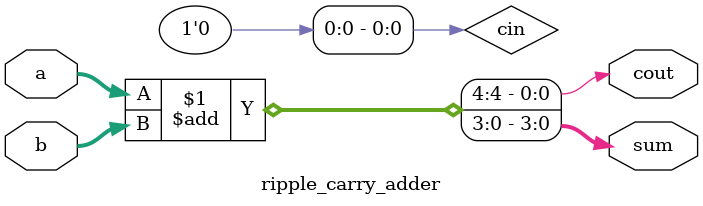
<source format=v>
module ripple_carry_adder #(parameter SIZE = 4, parameter my_sum = 0)(

input [SIZE -1 :0] a,
input [SIZE -1 :0] b,
output [SIZE -1 :0] sum,
output cout
);

/*

    1111
    1111
  + _____
  11110
*/

wire [SIZE :0] cin;
assign cin[0] = 1'b0;

genvar i;
generate 

    if(my_sum) begin

        for (i = 0; i<SIZE ; i=i+1) begin :full_adder 
            full_adder fa0(
        
            .a(a[i]),
            .b(b[i]),
            .cin(cin[i]),
            .sum(sum[i]),
            .carry(cin[i+1])
        );

        end
        assign cout = cin[SIZE];
    end else begin 
        assign {cout,sum}= a+b;
    end
endgenerate



/*
full_adder fa0(

    .a(a[0]),
    .b(b[0]),
    .cin(1'b0),
    .sum(sum[0]),
    .carry(cin[0])
);

full_adder fa1(

    .a(a[1]),
    .b(b[1]),
    .cin(cin[0]),
    .sum(sum[1]),
    .carry(cin[1])
);

full_adder fa2(

    .a(a[2]),
    .b(b[2]),
    .cin(cin[1]),
    .sum(sum[2]),
    .carry(cin[2])
);

full_adder fa3(

    .a(a[3]),
    .b(b[3]),
    .cin(cin[2]),
    .sum(sum[3]),
    .carry(cin[3])
);
assign cout = cin[3];

*/ 


endmodule

</source>
